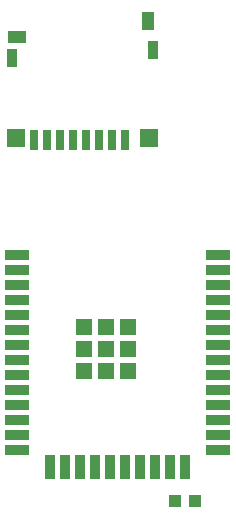
<source format=gbr>
%TF.GenerationSoftware,KiCad,Pcbnew,5.1.7-a382d34a8~88~ubuntu18.04.1*%
%TF.CreationDate,2021-03-14T12:27:23+01:00*%
%TF.ProjectId,bleskomat-v2.1.0,626c6573-6b6f-46d6-9174-2d76322e312e,test*%
%TF.SameCoordinates,Original*%
%TF.FileFunction,Paste,Top*%
%TF.FilePolarity,Positive*%
%FSLAX46Y46*%
G04 Gerber Fmt 4.6, Leading zero omitted, Abs format (unit mm)*
G04 Created by KiCad (PCBNEW 5.1.7-a382d34a8~88~ubuntu18.04.1) date 2021-03-14 12:27:23*
%MOMM*%
%LPD*%
G01*
G04 APERTURE LIST*
%ADD10R,1.320800X1.320800*%
%ADD11R,0.889000X2.006600*%
%ADD12R,2.006600X0.889000*%
%ADD13R,1.041400X1.549400*%
%ADD14R,1.549400X1.041400*%
%ADD15R,0.838200X1.549400*%
%ADD16R,1.498600X1.498600*%
%ADD17R,0.762000X1.803400*%
%ADD18R,1.100000X1.000000*%
G04 APERTURE END LIST*
D10*
%TO.C,U1*%
X111762211Y-104820281D03*
X109927210Y-104820281D03*
X108092210Y-104820281D03*
X111762211Y-101150281D03*
X109927210Y-101150281D03*
X108092210Y-101150281D03*
X111762211Y-102985281D03*
X109927210Y-102985281D03*
X108092210Y-102985281D03*
D11*
X116646501Y-112992500D03*
X115376501Y-112992500D03*
X114106501Y-112992500D03*
X112836501Y-112992500D03*
X111566501Y-112992500D03*
X110296501Y-112992500D03*
X109026501Y-112992500D03*
X107756501Y-112992500D03*
X106486501Y-112992500D03*
X105216501Y-112992500D03*
D12*
X119431502Y-111551304D03*
X119431502Y-110281304D03*
X119431502Y-109011304D03*
X119431502Y-107741304D03*
X119431502Y-106471304D03*
X119431502Y-105201304D03*
X119431502Y-103931304D03*
X119431502Y-102661304D03*
X119431502Y-101391304D03*
X119431502Y-100121304D03*
X119431502Y-98851304D03*
X119431502Y-97581304D03*
X119431502Y-96311304D03*
X119431502Y-95041304D03*
X102431500Y-111551304D03*
X102431500Y-110281304D03*
X102431500Y-109011304D03*
X102431500Y-107741304D03*
X102431500Y-106471304D03*
X102431500Y-105201304D03*
X102431500Y-103931304D03*
X102431500Y-102661304D03*
X102431500Y-101391304D03*
X102431500Y-100121304D03*
X102431500Y-98851304D03*
X102431500Y-97581304D03*
X102431500Y-96311304D03*
X102431500Y-95041304D03*
%TD*%
D13*
%TO.C,J5*%
X113504294Y-75228702D03*
D14*
X102350316Y-76549700D03*
D15*
X113905208Y-77653701D03*
X101994792Y-78303702D03*
D16*
X113575000Y-85128301D03*
X102325000Y-85128301D03*
D17*
X111500712Y-85280701D03*
X110400711Y-85280701D03*
X109300711Y-85280701D03*
X108200711Y-85280701D03*
X107100713Y-85280701D03*
X106000713Y-85280701D03*
X104900712Y-85280701D03*
X103800712Y-85280701D03*
%TD*%
D18*
%TO.C,D1*%
X117436000Y-115824000D03*
X115736000Y-115824000D03*
%TD*%
M02*

</source>
